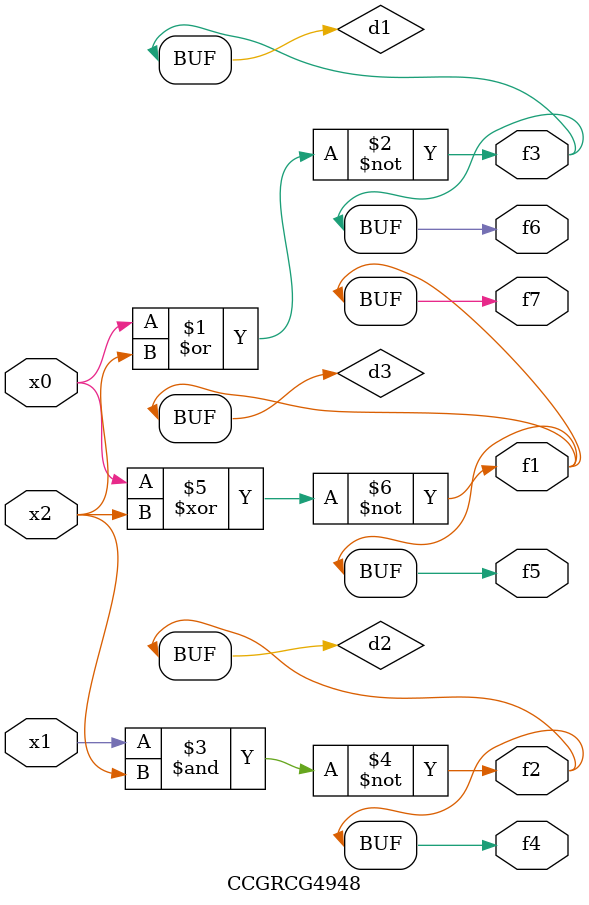
<source format=v>
module CCGRCG4948(
	input x0, x1, x2,
	output f1, f2, f3, f4, f5, f6, f7
);

	wire d1, d2, d3;

	nor (d1, x0, x2);
	nand (d2, x1, x2);
	xnor (d3, x0, x2);
	assign f1 = d3;
	assign f2 = d2;
	assign f3 = d1;
	assign f4 = d2;
	assign f5 = d3;
	assign f6 = d1;
	assign f7 = d3;
endmodule

</source>
